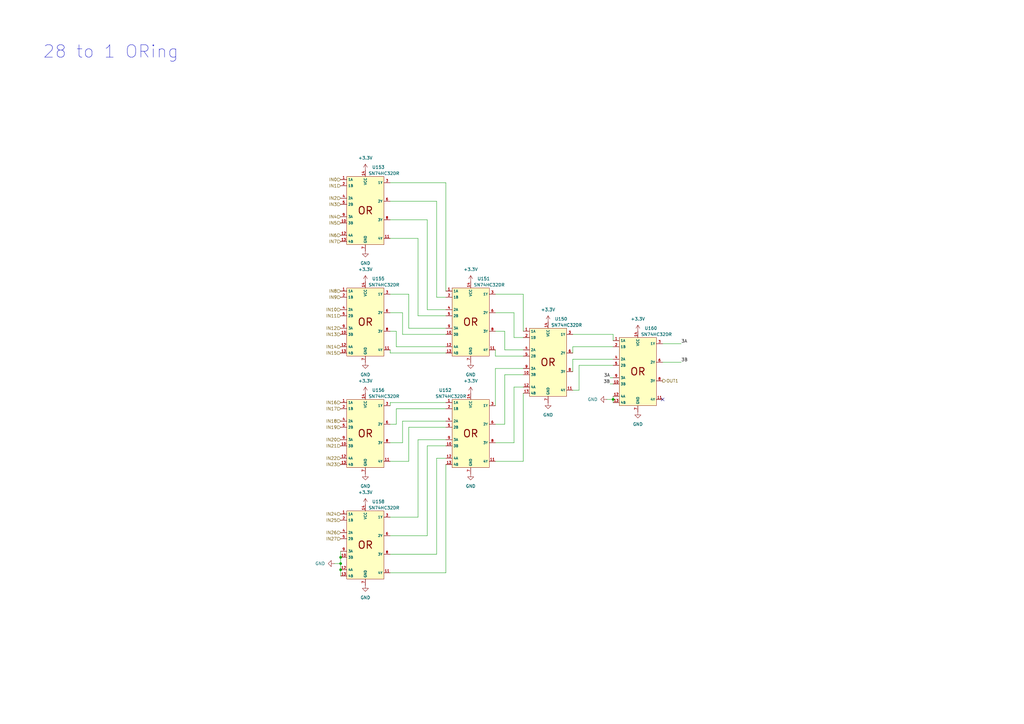
<source format=kicad_sch>
(kicad_sch (version 20250114) (generator "eeschema") (generator_version "9.0")
  (paper "A3")
  (lib_symbols
    (symbol "PCM_JLCPCB-ICs:Gate, AND, 4 Channel, 74HC08D,653"
      (property "Reference" "U137" (at 5.334 12.7 0))
      (property "Value" "SN74HC32DR" (at 7.62 10.16 0))
      (symbol "Gate, AND, 4 Channel, 74HC08D,653_0_1"
        (rectangle (start -7.62 8.89) (end 7.62 -19.05) (fill (type background)))
        (pin unspecified line (at -10.16 7.62 0) (length 2.54) (name "1A") (number "1"))
        (pin unspecified line (at -10.16 5.08 0) (length 2.54) (name "1B") (number "2"))
        (pin unspecified line (at -10.16 0 0) (length 2.54) (name "2A") (number "4"))
        (pin unspecified line (at -10.16 -2.54 0) (length 2.54) (name "2B") (number "5"))
        (pin unspecified line (at -10.16 -7.62 0) (length 2.54) (name "3A") (number "9"))
        (pin unspecified line (at -10.16 -10.16 0) (length 2.54) (name "3B") (number "10"))
        (pin unspecified line (at -10.16 -15.24 0) (length 2.54) (name "4A") (number "12"))
        (pin unspecified line (at -10.16 -17.78 0) (length 2.54) (name "4B") (number "13"))
        (pin unspecified line (at 0 11.43 270) (length 2.54) (name "VCC") (number "14"))
        (pin unspecified line (at 0 -21.59 90) (length 2.54) (name "GND") (number "7"))
        (pin unspecified line (at 10.16 6.35 180) (length 2.54) (name "1Y") (number "3"))
        (pin unspecified line (at 10.16 -1.27 180) (length 2.54) (name "2Y") (number "6"))
        (pin unspecified line (at 10.16 -8.89 180) (length 2.54) (name "3Y") (number "8"))
        (pin unspecified line (at 10.16 -16.51 180) (length 2.54) (name "4Y") (number "11"))
      )
      (symbol "Gate, AND, 4 Channel, 74HC08D,653_1_1"
        (text "OR\n" (at 0 -5.08 0) (effects (font (size 3 3) (thickness 0.375))))
      )
    )
    (symbol "power:+3.3V" (power) (pin_numbers (hide yes)) (pin_names (offset 0) (hide yes))
      (property "Value" "+3.3V" (at 0 3.556 0))
      (symbol "+3.3V_0_1"
        (polyline (pts (xy -0.762 1.27) (xy 0 2.54)))
        (polyline (pts (xy 0 2.54) (xy 0.762 1.27)))
        (polyline (pts (xy 0 0) (xy 0 2.54)))
      )
      (symbol "+3.3V_1_1"
        (pin power_in line (at 0 0 90) (length 0) (name "~") (number "1"))
      )
    )
    (symbol "power:GND" (power) (pin_numbers (hide yes)) (pin_names (offset 0) (hide yes))
      (property "Value" "GND" (at 0 -3.81 0))
      (symbol "GND_0_1"
        (polyline (pts (xy 0 0) (xy 0 -1.27) (xy 1.27 -1.27) (xy 0 -2.54) (xy -1.27 -1.27) (xy 0 -1.27)))
      )
      (symbol "GND_1_1"
        (pin power_in line (at 0 0 270) (length 0) (name "~") (number "1"))
      )
    )
  )
  (text "28 to 1 ORing" (at 45.466 21.336 0) (effects (font (size 5.08 5.08))))
  (junction (at 139.7 228.6))
  (junction (at 139.7 231.14))
  (junction (at 251.46 163.83))
  (junction (at 139.7 233.68))
  (no_connect (at 271.78 163.83))
  (wire (pts (xy 139.7 226.06) (xy 139.7 228.6)))
  (wire (pts (xy 251.46 162.56) (xy 251.46 163.83)))
  (wire (pts (xy 182.88 74.93) (xy 182.88 119.38)))
  (wire (pts (xy 207.01 153.67) (xy 214.63 153.67)))
  (wire (pts (xy 250.19 154.94) (xy 251.46 154.94)))
  (wire (pts (xy 182.88 175.26) (xy 167.64 175.26)))
  (wire (pts (xy 175.26 127) (xy 182.88 127)))
  (wire (pts (xy 182.88 190.5) (xy 182.88 234.95)))
  (wire (pts (xy 160.02 120.65) (xy 167.64 120.65)))
  (wire (pts (xy 251.46 147.32) (xy 234.95 147.32)))
  (wire (pts (xy 210.82 128.27) (xy 203.2 128.27)))
  (wire (pts (xy 214.63 189.23) (xy 214.63 161.29)))
  (wire (pts (xy 137.16 231.14) (xy 139.7 231.14)))
  (wire (pts (xy 162.56 142.24) (xy 182.88 142.24)))
  (wire (pts (xy 251.46 163.83) (xy 251.46 165.1)))
  (wire (pts (xy 171.45 180.34) (xy 171.45 212.09)))
  (wire (pts (xy 160.02 165.1) (xy 182.88 165.1)))
  (wire (pts (xy 171.45 212.09) (xy 160.02 212.09)))
  (wire (pts (xy 214.63 143.51) (xy 207.01 143.51)))
  (wire (pts (xy 167.64 175.26) (xy 167.64 189.23)))
  (wire (pts (xy 175.26 90.17) (xy 175.26 127)))
  (wire (pts (xy 271.78 140.97) (xy 279.4 140.97)))
  (wire (pts (xy 250.19 157.48) (xy 251.46 157.48)))
  (wire (pts (xy 162.56 173.99) (xy 160.02 173.99)))
  (wire (pts (xy 237.49 149.86) (xy 237.49 160.02)))
  (wire (pts (xy 171.45 129.54) (xy 171.45 97.79)))
  (wire (pts (xy 210.82 181.61) (xy 203.2 181.61)))
  (wire (pts (xy 214.63 135.89) (xy 214.63 120.65)))
  (wire (pts (xy 179.07 187.96) (xy 179.07 227.33)))
  (wire (pts (xy 160.02 166.37) (xy 160.02 165.1)))
  (wire (pts (xy 207.01 173.99) (xy 207.01 153.67)))
  (wire (pts (xy 182.88 180.34) (xy 171.45 180.34)))
  (wire (pts (xy 175.26 182.88) (xy 175.26 219.71)))
  (wire (pts (xy 234.95 147.32) (xy 234.95 152.4)))
  (wire (pts (xy 165.1 172.72) (xy 165.1 181.61)))
  (wire (pts (xy 160.02 128.27) (xy 165.1 128.27)))
  (wire (pts (xy 171.45 97.79) (xy 160.02 97.79)))
  (wire (pts (xy 167.64 120.65) (xy 167.64 134.62)))
  (wire (pts (xy 203.2 189.23) (xy 214.63 189.23)))
  (wire (pts (xy 248.92 163.83) (xy 251.46 163.83)))
  (wire (pts (xy 251.46 149.86) (xy 237.49 149.86)))
  (wire (pts (xy 160.02 144.78) (xy 182.88 144.78)))
  (wire (pts (xy 139.7 233.68) (xy 139.7 236.22)))
  (wire (pts (xy 182.88 129.54) (xy 171.45 129.54)))
  (wire (pts (xy 203.2 166.37) (xy 203.2 151.13)))
  (wire (pts (xy 175.26 219.71) (xy 160.02 219.71)))
  (wire (pts (xy 182.88 187.96) (xy 179.07 187.96)))
  (wire (pts (xy 160.02 74.93) (xy 182.88 74.93)))
  (wire (pts (xy 251.46 137.16) (xy 251.46 139.7)))
  (wire (pts (xy 139.7 231.14) (xy 139.7 233.68)))
  (wire (pts (xy 160.02 144.78) (xy 160.02 143.51)))
  (wire (pts (xy 160.02 90.17) (xy 175.26 90.17)))
  (wire (pts (xy 203.2 146.05) (xy 214.63 146.05)))
  (wire (pts (xy 182.88 172.72) (xy 165.1 172.72)))
  (wire (pts (xy 210.82 158.75) (xy 210.82 181.61)))
  (wire (pts (xy 203.2 173.99) (xy 207.01 173.99)))
  (wire (pts (xy 237.49 160.02) (xy 234.95 160.02)))
  (wire (pts (xy 207.01 135.89) (xy 203.2 135.89)))
  (wire (pts (xy 234.95 144.78) (xy 234.95 142.24)))
  (wire (pts (xy 271.78 148.59) (xy 279.4 148.59)))
  (wire (pts (xy 207.01 143.51) (xy 207.01 135.89)))
  (wire (pts (xy 214.63 138.43) (xy 210.82 138.43)))
  (wire (pts (xy 182.88 182.88) (xy 175.26 182.88)))
  (wire (pts (xy 203.2 143.51) (xy 203.2 146.05)))
  (wire (pts (xy 210.82 138.43) (xy 210.82 128.27)))
  (wire (pts (xy 162.56 167.64) (xy 162.56 173.99)))
  (wire (pts (xy 167.64 189.23) (xy 160.02 189.23)))
  (wire (pts (xy 214.63 120.65) (xy 203.2 120.65)))
  (wire (pts (xy 162.56 135.89) (xy 162.56 142.24)))
  (wire (pts (xy 160.02 82.55) (xy 179.07 82.55)))
  (wire (pts (xy 179.07 82.55) (xy 179.07 121.92)))
  (wire (pts (xy 160.02 135.89) (xy 162.56 135.89)))
  (wire (pts (xy 165.1 181.61) (xy 160.02 181.61)))
  (wire (pts (xy 182.88 234.95) (xy 160.02 234.95)))
  (wire (pts (xy 179.07 121.92) (xy 182.88 121.92)))
  (wire (pts (xy 167.64 134.62) (xy 182.88 134.62)))
  (wire (pts (xy 139.7 228.6) (xy 139.7 231.14)))
  (wire (pts (xy 234.95 137.16) (xy 251.46 137.16)))
  (wire (pts (xy 165.1 128.27) (xy 165.1 137.16)))
  (wire (pts (xy 165.1 137.16) (xy 182.88 137.16)))
  (wire (pts (xy 203.2 151.13) (xy 214.63 151.13)))
  (wire (pts (xy 182.88 167.64) (xy 162.56 167.64)))
  (wire (pts (xy 214.63 158.75) (xy 210.82 158.75)))
  (wire (pts (xy 179.07 227.33) (xy 160.02 227.33)))
  (wire (pts (xy 234.95 142.24) (xy 251.46 142.24)))
  (label "3B" (at 250.19 157.48 180))
  (label "3A" (at 279.4 140.97 0))
  (label "3A" (at 250.19 154.94 180))
  (label "3B" (at 279.4 148.59 0))
  (hierarchical_label "IN10" (shape input) (at 139.7 127 180))
  (hierarchical_label "IN17" (shape input) (at 139.7 167.64 180))
  (hierarchical_label "IN27" (shape input) (at 139.7 220.98 180))
  (hierarchical_label "IN12" (shape input) (at 139.7 134.62 180))
  (hierarchical_label "IN26" (shape input) (at 139.7 218.44 180))
  (hierarchical_label "IN8" (shape input) (at 139.7 119.38 180))
  (hierarchical_label "IN23" (shape input) (at 139.7 190.5 180))
  (hierarchical_label "IN14" (shape input) (at 139.7 142.24 180))
  (hierarchical_label "IN25" (shape input) (at 139.7 213.36 180))
  (hierarchical_label "IN16" (shape input) (at 139.7 165.1 180))
  (hierarchical_label "IN11" (shape input) (at 139.7 129.54 180))
  (hierarchical_label "IN13" (shape input) (at 139.7 137.16 180))
  (hierarchical_label "IN19" (shape input) (at 139.7 175.26 180))
  (hierarchical_label "IN4" (shape input) (at 139.7 88.9 180))
  (hierarchical_label "IN22" (shape input) (at 139.7 187.96 180))
  (hierarchical_label "IN20" (shape input) (at 139.7 180.34 180))
  (hierarchical_label "IN0" (shape input) (at 139.7 73.66 180))
  (hierarchical_label "IN5" (shape input) (at 139.7 91.44 180))
  (hierarchical_label "IN21" (shape input) (at 139.7 182.88 180))
  (hierarchical_label "IN15" (shape input) (at 139.7 144.78 180))
  (hierarchical_label "IN9" (shape input) (at 139.7 121.92 180))
  (hierarchical_label "IN7" (shape input) (at 139.7 99.06 180))
  (hierarchical_label "IN24" (shape input) (at 139.7 210.82 180))
  (hierarchical_label "OUT1" (shape output) (at 271.78 156.21 0))
  (hierarchical_label "IN18" (shape input) (at 139.7 172.72 180))
  (hierarchical_label "IN1" (shape input) (at 139.7 76.2 180))
  (hierarchical_label "IN3" (shape input) (at 139.7 83.82 180))
  (hierarchical_label "IN2" (shape input) (at 139.7 81.28 180))
  (hierarchical_label "IN6" (shape input) (at 139.7 96.52 180))
  (symbol (lib_id "power:GND") (at 149.86 194.31 0) (unit 1)
    (property "Reference" "#PWR0197" (effects (hide yes)))
    (property "Value" "GND" (at 149.86 199.39 0))
    (property "Description" "Power symbol creates a global label with name \"GND\" , ground" (effects (hide yes)))
  )
  (symbol (lib_id "power:+3.3V") (at 261.62 135.89 0) (unit 1)
    (property "Reference" "#PWR0214" (effects (hide yes)))
    (property "Value" "+3.3V" (at 261.62 130.81 0))
    (property "Description" "Power symbol creates a global label with name \"+3.3V\"" (effects (hide yes)))
  )
  (symbol (lib_id "power:GND") (at 137.16 231.14 270) (unit 1)
    (property "Reference" "#PWR0216" (effects (hide yes)))
    (property "Value" "GND" (at 133.35 231.1399 90) (effects (justify right)))
    (property "Description" "Power symbol creates a global label with name \"GND\" , ground" (effects (hide yes)))
  )
  (symbol (lib_id "PCM_JLCPCB-ICs:Gate, AND, 4 Channel, 74HC08D,653") (at 149.86 218.44 0) (unit 1)
    (property "Reference" "U158" (at 155.194 205.74 0))
    (property "Value" "SN74HC32DR" (at 157.48 208.28 0))
    (property "Footprint" "PCM_JLCPCB:SOIC-14_L8.7-W3.9-P1.27-LS6.0-BL" (effects (hide yes)))
    (property "Datasheet" "https://www.digikey.hu/en/products/detail/texas-instruments/SN74HC32DR/276842" (effects (hide yes)))
    (property "Description" "OR" (effects (hide yes)))
  )
  (symbol (lib_id "power:+3.3V") (at 193.04 115.57 0) (unit 1)
    (property "Reference" "#PWR0174" (effects (hide yes)))
    (property "Value" "+3.3V" (at 193.04 110.49 0))
    (property "Description" "Power symbol creates a global label with name \"+3.3V\"" (effects (hide yes)))
  )
  (symbol (lib_id "power:+3.3V") (at 149.86 115.57 0) (unit 1)
    (property "Reference" "#PWR0192" (effects (hide yes)))
    (property "Value" "+3.3V" (at 149.86 110.49 0))
    (property "Description" "Power symbol creates a global label with name \"+3.3V\"" (effects (hide yes)))
  )
  (symbol (lib_id "PCM_JLCPCB-ICs:Gate, AND, 4 Channel, 74HC08D,653") (at 224.79 143.51 0) (unit 1)
    (property "Reference" "U150" (at 230.124 130.81 0))
    (property "Value" "SN74HC32DR" (at 232.41 133.35 0))
    (property "Footprint" "PCM_JLCPCB:SOIC-14_L8.7-W3.9-P1.27-LS6.0-BL" (effects (hide yes)))
    (property "Datasheet" "https://www.digikey.hu/en/products/detail/texas-instruments/SN74HC32DR/276842" (effects (hide yes)))
    (property "Description" "OR" (effects (hide yes)))
  )
  (symbol (lib_id "PCM_JLCPCB-ICs:Gate, AND, 4 Channel, 74HC08D,653") (at 149.86 127 0) (unit 1)
    (property "Reference" "U155" (at 155.194 114.3 0))
    (property "Value" "SN74HC32DR" (at 157.48 116.84 0))
    (property "Footprint" "PCM_JLCPCB:SOIC-14_L8.7-W3.9-P1.27-LS6.0-BL" (effects (hide yes)))
    (property "Datasheet" "https://www.digikey.hu/en/products/detail/texas-instruments/SN74HC32DR/276842" (effects (hide yes)))
    (property "Description" "OR" (effects (hide yes)))
  )
  (symbol (lib_id "PCM_JLCPCB-ICs:Gate, AND, 4 Channel, 74HC08D,653") (at 149.86 172.72 0) (unit 1)
    (property "Reference" "U156" (at 155.194 160.02 0))
    (property "Value" "SN74HC32DR" (at 157.48 162.56 0))
    (property "Footprint" "PCM_JLCPCB:SOIC-14_L8.7-W3.9-P1.27-LS6.0-BL" (effects (hide yes)))
    (property "Datasheet" "https://www.digikey.hu/en/products/detail/texas-instruments/SN74HC32DR/276842" (effects (hide yes)))
    (property "Description" "OR" (effects (hide yes)))
  )
  (symbol (lib_id "power:GND") (at 224.79 165.1 0) (unit 1)
    (property "Reference" "#PWR0173" (effects (hide yes)))
    (property "Value" "GND" (at 224.79 170.18 0))
    (property "Description" "Power symbol creates a global label with name \"GND\" , ground" (effects (hide yes)))
  )
  (symbol (lib_id "PCM_JLCPCB-ICs:Gate, AND, 4 Channel, 74HC08D,653") (at 149.86 81.28 0) (unit 1)
    (property "Reference" "U153" (at 155.194 68.58 0))
    (property "Value" "SN74HC32DR" (at 157.48 71.12 0))
    (property "Footprint" "PCM_JLCPCB:SOIC-14_L8.7-W3.9-P1.27-LS6.0-BL" (effects (hide yes)))
    (property "Datasheet" "https://www.digikey.hu/en/products/detail/texas-instruments/SN74HC32DR/276842" (effects (hide yes)))
    (property "Description" "OR" (effects (hide yes)))
  )
  (symbol (lib_id "power:+3.3V") (at 149.86 161.29 0) (unit 1)
    (property "Reference" "#PWR0195" (effects (hide yes)))
    (property "Value" "+3.3V" (at 149.86 156.21 0))
    (property "Description" "Power symbol creates a global label with name \"+3.3V\"" (effects (hide yes)))
  )
  (symbol (lib_id "power:GND") (at 248.92 163.83 270) (unit 1)
    (property "Reference" "#PWR0217" (effects (hide yes)))
    (property "Value" "GND" (at 245.11 163.8299 90) (effects (justify right)))
    (property "Description" "Power symbol creates a global label with name \"GND\" , ground" (effects (hide yes)))
  )
  (symbol (lib_id "power:GND") (at 149.86 102.87 0) (unit 1)
    (property "Reference" "#PWR0191" (effects (hide yes)))
    (property "Value" "GND" (at 149.86 107.95 0))
    (property "Description" "Power symbol creates a global label with name \"GND\" , ground" (effects (hide yes)))
  )
  (symbol (lib_id "PCM_JLCPCB-ICs:Gate, AND, 4 Channel, 74HC08D,653") (at 193.04 127 0) (unit 1)
    (property "Reference" "U151" (at 198.374 114.3 0))
    (property "Value" "SN74HC32DR" (at 200.66 116.84 0))
    (property "Footprint" "PCM_JLCPCB:SOIC-14_L8.7-W3.9-P1.27-LS6.0-BL" (effects (hide yes)))
    (property "Datasheet" "https://www.digikey.hu/en/products/detail/texas-instruments/SN74HC32DR/276842" (effects (hide yes)))
    (property "Description" "OR" (effects (hide yes)))
  )
  (symbol (lib_id "power:+3.3V") (at 193.04 161.29 0) (unit 1)
    (property "Reference" "#PWR0187" (effects (hide yes)))
    (property "Value" "+3.3V" (at 193.04 156.21 0))
    (property "Description" "Power symbol creates a global label with name \"+3.3V\"" (effects (hide yes)))
  )
  (symbol (lib_id "power:GND") (at 149.86 240.03 0) (unit 1)
    (property "Reference" "#PWR0213" (effects (hide yes)))
    (property "Value" "GND" (at 149.86 245.11 0))
    (property "Description" "Power symbol creates a global label with name \"GND\" , ground" (effects (hide yes)))
  )
  (symbol (lib_id "PCM_JLCPCB-ICs:Gate, AND, 4 Channel, 74HC08D,653") (at 261.62 147.32 0) (unit 1)
    (property "Reference" "U160" (at 266.954 134.62 0))
    (property "Value" "SN74HC32DR" (at 269.24 137.16 0))
    (property "Footprint" "PCM_JLCPCB:SOIC-14_L8.7-W3.9-P1.27-LS6.0-BL" (effects (hide yes)))
    (property "Datasheet" "https://www.digikey.hu/en/products/detail/texas-instruments/SN74HC32DR/276842" (effects (hide yes)))
    (property "Description" "OR" (effects (hide yes)))
  )
  (symbol (lib_id "PCM_JLCPCB-ICs:Gate, AND, 4 Channel, 74HC08D,653") (at 193.04 172.72 0) (unit 1)
    (property "Reference" "U152" (at 182.626 160.02 0))
    (property "Value" "SN74HC32DR" (at 184.912 162.56 0))
    (property "Footprint" "PCM_JLCPCB:SOIC-14_L8.7-W3.9-P1.27-LS6.0-BL" (effects (hide yes)))
    (property "Datasheet" "https://www.digikey.hu/en/products/detail/texas-instruments/SN74HC32DR/276842" (effects (hide yes)))
    (property "Description" "OR" (effects (hide yes)))
  )
  (symbol (lib_id "power:GND") (at 193.04 148.59 0) (unit 1)
    (property "Reference" "#PWR0175" (effects (hide yes)))
    (property "Value" "GND" (at 193.04 153.67 0))
    (property "Description" "Power symbol creates a global label with name \"GND\" , ground" (effects (hide yes)))
  )
  (symbol (lib_id "power:+3.3V") (at 149.86 207.01 0) (unit 1)
    (property "Reference" "#PWR0199" (effects (hide yes)))
    (property "Value" "+3.3V" (at 149.86 201.93 0))
    (property "Description" "Power symbol creates a global label with name \"+3.3V\"" (effects (hide yes)))
  )
  (symbol (lib_id "power:+3.3V") (at 224.79 132.08 0) (unit 1)
    (property "Reference" "#PWR0172" (effects (hide yes)))
    (property "Value" "+3.3V" (at 224.79 127 0))
    (property "Description" "Power symbol creates a global label with name \"+3.3V\"" (effects (hide yes)))
  )
  (symbol (lib_id "power:GND") (at 261.62 168.91 0) (unit 1)
    (property "Reference" "#PWR0215" (effects (hide yes)))
    (property "Value" "GND" (at 261.62 173.99 0))
    (property "Description" "Power symbol creates a global label with name \"GND\" , ground" (effects (hide yes)))
  )
  (symbol (lib_id "power:+3.3V") (at 149.86 69.85 0) (unit 1)
    (property "Reference" "#PWR0190" (effects (hide yes)))
    (property "Value" "+3.3V" (at 149.86 64.77 0))
    (property "Description" "Power symbol creates a global label with name \"+3.3V\"" (effects (hide yes)))
  )
  (symbol (lib_id "power:GND") (at 149.86 148.59 0) (unit 1)
    (property "Reference" "#PWR0194" (effects (hide yes)))
    (property "Value" "GND" (at 149.86 153.67 0))
    (property "Description" "Power symbol creates a global label with name \"GND\" , ground" (effects (hide yes)))
  )
  (symbol (lib_id "power:GND") (at 193.04 194.31 0) (unit 1)
    (property "Reference" "#PWR0189" (effects (hide yes)))
    (property "Value" "GND" (at 193.04 199.39 0))
    (property "Description" "Power symbol creates a global label with name \"GND\" , ground" (effects (hide yes)))
  )
)
</source>
